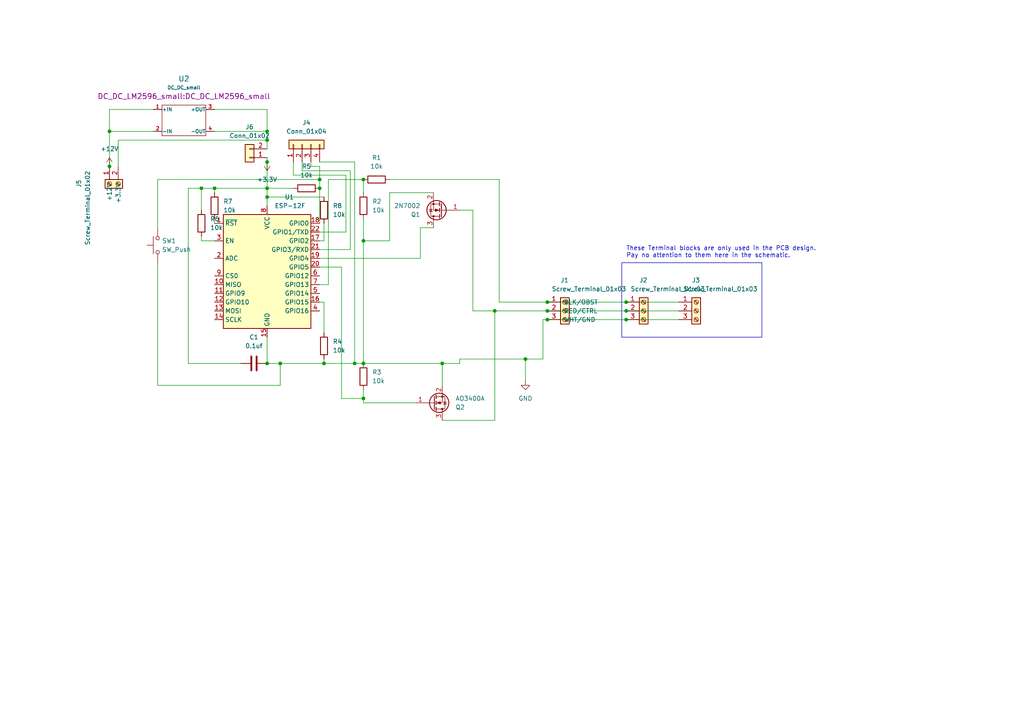
<source format=kicad_sch>
(kicad_sch (version 20230121) (generator eeschema)
  (paper "A4")
  (lib_symbols
    (symbol "Connector:Screw_Terminal_01x02" (pin_names (offset 1.016))
      (property "Reference" "J5" (at -1.27 8.89 0))
      (property "Value" "Screw_Terminal_01x02" (at -3.81 6.35 0))
      (symbol "Screw_Terminal_01x02_1_1"
        (rectangle (start -1.27 1.27) (end 1.27 -3.81) (stroke (width 0.254)) (fill (type background)))
        (circle (center 0 -2.54) (radius 0.635) (stroke (width 0.1524)))
        (polyline (pts (xy -0.5334 -2.2098) (xy 0.3302 -3.048)) (stroke (width 0.1524)))
        (polyline (pts (xy -0.5334 0.3302) (xy 0.3302 -0.508)) (stroke (width 0.1524)))
        (polyline (pts (xy -0.3556 -2.032) (xy 0.508 -2.8702)) (stroke (width 0.1524)))
        (polyline (pts (xy -0.3556 0.508) (xy 0.508 -0.3302)) (stroke (width 0.1524)))
        (circle (center 0 0) (radius 0.635) (stroke (width 0.1524)))
        (pin passive line (at -5.08 0 0) (length 3.81) (name "+12V") (number "1"))
        (pin passive line (at -5.08 -2.54 0) (length 3.81) (name "+3.3V") (number "2"))
      )
    )
    (symbol "Connector:Screw_Terminal_01x03" (pin_names (offset 1.016) hide)
      (property "Reference" "J" (at 0 5.08 0))
      (property "Value" "Screw_Terminal_01x03" (at 0 -5.08 0))
      (symbol "Screw_Terminal_01x03_1_1"
        (rectangle (start -1.27 3.81) (end 1.27 -3.81) (stroke (width 0.254)) (fill (type background)))
        (circle (center 0 -2.54) (radius 0.635) (stroke (width 0.1524)))
        (polyline (pts (xy -0.5334 -2.2098) (xy 0.3302 -3.048)) (stroke (width 0.1524)))
        (polyline (pts (xy -0.5334 0.3302) (xy 0.3302 -0.508)) (stroke (width 0.1524)))
        (polyline (pts (xy -0.5334 2.8702) (xy 0.3302 2.032)) (stroke (width 0.1524)))
        (polyline (pts (xy -0.3556 -2.032) (xy 0.508 -2.8702)) (stroke (width 0.1524)))
        (polyline (pts (xy -0.3556 0.508) (xy 0.508 -0.3302)) (stroke (width 0.1524)))
        (polyline (pts (xy -0.3556 3.048) (xy 0.508 2.2098)) (stroke (width 0.1524)))
        (circle (center 0 0) (radius 0.635) (stroke (width 0.1524)))
        (circle (center 0 2.54) (radius 0.635) (stroke (width 0.1524)))
        (pin passive line (at -5.08 2.54 0) (length 3.81) (name "Pin_1") (number "1"))
        (pin passive line (at -5.08 0 0) (length 3.81) (name "Pin_2") (number "2"))
        (pin passive line (at -5.08 -2.54 0) (length 3.81) (name "Pin_3") (number "3"))
      )
    )
    (symbol "Connector_Generic:Conn_01x02" (pin_names (offset 1.016) hide)
      (property "Reference" "J" (at 0 2.54 0))
      (property "Value" "Conn_01x02" (at 0 -5.08 0))
      (symbol "Conn_01x02_1_1"
        (rectangle (start -1.27 -2.413) (end 0 -2.667) (stroke (width 0.1524)))
        (rectangle (start -1.27 0.127) (end 0 -0.127) (stroke (width 0.1524)))
        (rectangle (start -1.27 1.27) (end 1.27 -3.81) (stroke (width 0.254)) (fill (type background)))
        (pin passive line (at -5.08 0 0) (length 3.81) (name "Pin_1") (number "1"))
        (pin passive line (at -5.08 -2.54 0) (length 3.81) (name "Pin_2") (number "2"))
      )
    )
    (symbol "Connector_Generic:Conn_01x04" (pin_names (offset 1.016) hide)
      (property "Reference" "J" (at 0 5.08 0))
      (property "Value" "Conn_01x04" (at 0 -7.62 0))
      (symbol "Conn_01x04_1_1"
        (rectangle (start -1.27 -4.953) (end 0 -5.207) (stroke (width 0.1524)))
        (rectangle (start -1.27 -2.413) (end 0 -2.667) (stroke (width 0.1524)))
        (rectangle (start -1.27 0.127) (end 0 -0.127) (stroke (width 0.1524)))
        (rectangle (start -1.27 2.667) (end 0 2.413) (stroke (width 0.1524)))
        (rectangle (start -1.27 3.81) (end 1.27 -6.35) (stroke (width 0.254)) (fill (type background)))
        (pin passive line (at -5.08 2.54 0) (length 3.81) (name "Pin_1") (number "1"))
        (pin passive line (at -5.08 0 0) (length 3.81) (name "Pin_2") (number "2"))
        (pin passive line (at -5.08 -2.54 0) (length 3.81) (name "Pin_3") (number "3"))
        (pin passive line (at -5.08 -5.08 0) (length 3.81) (name "Pin_4") (number "4"))
      )
    )
    (symbol "Custom_dc_dc_small:DC_DC_small" (pin_names (offset 0.0254))
      (property "Reference" "U" (at 0 7.62 0))
      (property "Value" "DC_DC_small" (at 0 1.27 0))
      (property "Footprint" "DC_DC_LM2596" (at -1.27 11.43 0))
      (symbol "DC_DC_small_0_1"
        (rectangle (start -6.35 5.08) (end -6.35 -3.81))
        (rectangle (start -6.35 5.08) (end 6.35 5.08))
        (rectangle (start 6.35 -3.81) (end -6.35 -3.81))
        (rectangle (start 6.35 5.08) (end 6.35 -3.81))
      )
      (symbol "DC_DC_small_1_1"
        (pin power_in line (at -8.89 3.81 0) (length 2.54) (name "+IN") (number "1"))
        (pin power_in line (at -8.89 -2.54 0) (length 2.54) (name "-IN") (number "2"))
        (pin power_out line (at 8.89 3.81 180) (length 2.54) (name "+OUT") (number "3"))
        (pin power_in line (at 8.89 -2.54 180) (length 2.54) (name "-OUT") (number "4"))
      )
    )
    (symbol "Device:C" (pin_numbers hide) (pin_names (offset 0.254))
      (property "Reference" "C" (at 0.635 2.54 0))
      (property "Value" "C" (at 0.635 -2.54 0))
      (symbol "C_0_1"
        (polyline (pts (xy -2.032 -0.762) (xy 2.032 -0.762)) (stroke (width 0.508)))
        (polyline (pts (xy -2.032 0.762) (xy 2.032 0.762)) (stroke (width 0.508)))
      )
      (symbol "C_1_1"
        (pin passive line (at 0 3.81 270) (length 2.794) (name "~") (number "1"))
        (pin passive line (at 0 -3.81 90) (length 2.794) (name "~") (number "2"))
      )
    )
    (symbol "Device:R" (pin_numbers hide) (pin_names (offset 0))
      (property "Reference" "R" (at 2.032 0 90))
      (property "Value" "R" (at 0 0 90))
      (symbol "R_0_1"
        (rectangle (start -1.016 -2.54) (end 1.016 2.54) (stroke (width 0.254)))
      )
      (symbol "R_1_1"
        (pin passive line (at 0 3.81 270) (length 1.27) (name "~") (number "1"))
        (pin passive line (at 0 -3.81 90) (length 1.27) (name "~") (number "2"))
      )
    )
    (symbol "RF_Module:ESP-12F"
      (property "Reference" "U" (at -12.7 19.05 0))
      (property "Value" "ESP-12F" (at 12.7 19.05 0))
      (symbol "ESP-12F_0_1"
        (rectangle (start -12.7 17.78) (end 12.7 -15.24) (stroke (width 0.254)) (fill (type background)))
      )
      (symbol "ESP-12F_1_1"
        (pin input line (at -15.24 15.24 0) (length 2.54) (name "~{RST}") (number "1"))
        (pin bidirectional line (at -15.24 -2.54 0) (length 2.54) (name "MISO") (number "10"))
        (pin bidirectional line (at -15.24 -5.08 0) (length 2.54) (name "GPIO9") (number "11"))
        (pin bidirectional line (at -15.24 -7.62 0) (length 2.54) (name "GPIO10") (number "12"))
        (pin bidirectional line (at -15.24 -10.16 0) (length 2.54) (name "MOSI") (number "13"))
        (pin bidirectional line (at -15.24 -12.7 0) (length 2.54) (name "SCLK") (number "14"))
        (pin power_in line (at 0 -17.78 90) (length 2.54) (name "GND") (number "15"))
        (pin bidirectional line (at 15.24 -7.62 180) (length 2.54) (name "GPIO15") (number "16"))
        (pin bidirectional line (at 15.24 10.16 180) (length 2.54) (name "GPIO2") (number "17"))
        (pin bidirectional line (at 15.24 15.24 180) (length 2.54) (name "GPIO0") (number "18"))
        (pin bidirectional line (at 15.24 5.08 180) (length 2.54) (name "GPIO4") (number "19"))
        (pin input line (at -15.24 5.08 0) (length 2.54) (name "ADC") (number "2"))
        (pin bidirectional line (at 15.24 2.54 180) (length 2.54) (name "GPIO5") (number "20"))
        (pin bidirectional line (at 15.24 7.62 180) (length 2.54) (name "GPIO3/RXD") (number "21"))
        (pin bidirectional line (at 15.24 12.7 180) (length 2.54) (name "GPIO1/TXD") (number "22"))
        (pin input line (at -15.24 10.16 0) (length 2.54) (name "EN") (number "3"))
        (pin bidirectional line (at 15.24 -10.16 180) (length 2.54) (name "GPIO16") (number "4"))
        (pin bidirectional line (at 15.24 -5.08 180) (length 2.54) (name "GPIO14") (number "5"))
        (pin bidirectional line (at 15.24 0 180) (length 2.54) (name "GPIO12") (number "6"))
        (pin bidirectional line (at 15.24 -2.54 180) (length 2.54) (name "GPIO13") (number "7"))
        (pin power_in line (at 0 20.32 270) (length 2.54) (name "VCC") (number "8"))
        (pin input line (at -15.24 0 0) (length 2.54) (name "CS0") (number "9"))
      )
    )
    (symbol "Screw_Terminal_01x03_1" (pin_names (offset 1.016))
      (property "Reference" "J1" (at -1.27 8.89 0))
      (property "Value" "Screw_Terminal_01x03" (at -3.81 6.35 0))
      (symbol "Screw_Terminal_01x03_1_1_1"
        (rectangle (start -1.27 3.81) (end 1.27 -3.81) (stroke (width 0.254)) (fill (type background)))
        (circle (center 0 -2.54) (radius 0.635) (stroke (width 0.1524)))
        (polyline (pts (xy -0.5334 -2.2098) (xy 0.3302 -3.048)) (stroke (width 0.1524)))
        (polyline (pts (xy -0.5334 0.3302) (xy 0.3302 -0.508)) (stroke (width 0.1524)))
        (polyline (pts (xy -0.5334 2.8702) (xy 0.3302 2.032)) (stroke (width 0.1524)))
        (polyline (pts (xy -0.3556 -2.032) (xy 0.508 -2.8702)) (stroke (width 0.1524)))
        (polyline (pts (xy -0.3556 0.508) (xy 0.508 -0.3302)) (stroke (width 0.1524)))
        (polyline (pts (xy -0.3556 3.048) (xy 0.508 2.2098)) (stroke (width 0.1524)))
        (circle (center 0 0) (radius 0.635) (stroke (width 0.1524)))
        (circle (center 0 2.54) (radius 0.635) (stroke (width 0.1524)))
        (pin passive line (at -5.08 2.54 0) (length 3.81) (name "BLK/OBST") (number "1"))
        (pin passive line (at -5.08 0 0) (length 3.81) (name "RED/CTRL") (number "2"))
        (pin passive line (at -5.08 -2.54 0) (length 3.81) (name "WHT/GND") (number "3"))
      )
    )
    (symbol "Switch:SW_Push" (pin_numbers hide) (pin_names (offset 1.016) hide)
      (property "Reference" "SW" (at 1.27 2.54 0))
      (property "Value" "SW_Push" (at 0 -1.524 0))
      (symbol "SW_Push_0_1"
        (circle (center -2.032 0) (radius 0.508))
        (polyline (pts (xy 0 1.27) (xy 0 3.048)))
        (polyline (pts (xy 2.54 1.27) (xy -2.54 1.27)))
        (circle (center 2.032 0) (radius 0.508))
        (pin passive line (at -5.08 0 0) (length 2.54) (name "1") (number "1"))
        (pin passive line (at 5.08 0 180) (length 2.54) (name "2") (number "2"))
      )
    )
    (symbol "Transistor_FET:2N7002" (pin_names hide)
      (property "Reference" "Q" (at 5.08 1.905 0))
      (property "Value" "2N7002" (at 5.08 0 0))
      (symbol "2N7002_0_1"
        (polyline (pts (xy 0.254 0) (xy -2.54 0)))
        (polyline (pts (xy 0.254 1.905) (xy 0.254 -1.905)) (stroke (width 0.254)))
        (polyline (pts (xy 0.762 -1.27) (xy 0.762 -2.286)) (stroke (width 0.254)))
        (polyline (pts (xy 0.762 0.508) (xy 0.762 -0.508)) (stroke (width 0.254)))
        (polyline (pts (xy 0.762 2.286) (xy 0.762 1.27)) (stroke (width 0.254)))
        (polyline (pts (xy 2.54 2.54) (xy 2.54 1.778)))
        (polyline (pts (xy 2.54 -2.54) (xy 2.54 0) (xy 0.762 0)))
        (polyline (pts (xy 0.762 -1.778) (xy 3.302 -1.778) (xy 3.302 1.778) (xy 0.762 1.778)))
        (polyline (pts (xy 1.016 0) (xy 2.032 0.381) (xy 2.032 -0.381) (xy 1.016 0)) (fill (type outline)))
        (polyline (pts (xy 2.794 0.508) (xy 2.921 0.381) (xy 3.683 0.381) (xy 3.81 0.254)))
        (polyline (pts (xy 3.302 0.381) (xy 2.921 -0.254) (xy 3.683 -0.254) (xy 3.302 0.381)))
        (circle (center 1.651 0) (radius 2.794) (stroke (width 0.254)))
        (circle (center 2.54 -1.778) (radius 0.254) (fill (type outline)))
        (circle (center 2.54 1.778) (radius 0.254) (fill (type outline)))
      )
      (symbol "2N7002_1_1"
        (pin input line (at -5.08 0 0) (length 2.54) (name "G") (number "1"))
        (pin passive line (at 2.54 -5.08 90) (length 2.54) (name "S") (number "2"))
        (pin passive line (at 2.54 5.08 270) (length 2.54) (name "D") (number "3"))
      )
    )
    (symbol "Transistor_FET:AO3400A" (pin_names hide)
      (property "Reference" "Q" (at 5.08 1.905 0))
      (property "Value" "AO3400A" (at 5.08 0 0))
      (symbol "AO3400A_0_1"
        (polyline (pts (xy 0.254 0) (xy -2.54 0)))
        (polyline (pts (xy 0.254 1.905) (xy 0.254 -1.905)) (stroke (width 0.254)))
        (polyline (pts (xy 0.762 -1.27) (xy 0.762 -2.286)) (stroke (width 0.254)))
        (polyline (pts (xy 0.762 0.508) (xy 0.762 -0.508)) (stroke (width 0.254)))
        (polyline (pts (xy 0.762 2.286) (xy 0.762 1.27)) (stroke (width 0.254)))
        (polyline (pts (xy 2.54 2.54) (xy 2.54 1.778)))
        (polyline (pts (xy 2.54 -2.54) (xy 2.54 0) (xy 0.762 0)))
        (polyline (pts (xy 0.762 -1.778) (xy 3.302 -1.778) (xy 3.302 1.778) (xy 0.762 1.778)))
        (polyline (pts (xy 1.016 0) (xy 2.032 0.381) (xy 2.032 -0.381) (xy 1.016 0)) (fill (type outline)))
        (polyline (pts (xy 2.794 0.508) (xy 2.921 0.381) (xy 3.683 0.381) (xy 3.81 0.254)))
        (polyline (pts (xy 3.302 0.381) (xy 2.921 -0.254) (xy 3.683 -0.254) (xy 3.302 0.381)))
        (circle (center 1.651 0) (radius 2.794) (stroke (width 0.254)))
        (circle (center 2.54 -1.778) (radius 0.254) (fill (type outline)))
        (circle (center 2.54 1.778) (radius 0.254) (fill (type outline)))
      )
      (symbol "AO3400A_1_1"
        (pin input line (at -5.08 0 0) (length 2.54) (name "G") (number "1"))
        (pin passive line (at 2.54 -5.08 90) (length 2.54) (name "S") (number "2"))
        (pin passive line (at 2.54 5.08 270) (length 2.54) (name "D") (number "3"))
      )
    )
    (symbol "power:+12V" (power) (pin_names (offset 0))
      (property "Value" "+12V" (at 0 3.556 0))
      (symbol "+12V_0_1"
        (polyline (pts (xy -0.762 1.27) (xy 0 2.54)))
        (polyline (pts (xy 0 0) (xy 0 2.54)))
        (polyline (pts (xy 0 2.54) (xy 0.762 1.27)))
      )
      (symbol "+12V_1_1"
        (pin power_in line (at 0 0 90) (length 0) hide (name "+12V") (number "1"))
      )
    )
    (symbol "power:+3.3V" (power) (pin_names (offset 0))
      (property "Value" "+3.3V" (at 0 3.556 0))
      (symbol "+3.3V_0_1"
        (polyline (pts (xy -0.762 1.27) (xy 0 2.54)))
        (polyline (pts (xy 0 0) (xy 0 2.54)))
        (polyline (pts (xy 0 2.54) (xy 0.762 1.27)))
      )
      (symbol "+3.3V_1_1"
        (pin power_in line (at 0 0 90) (length 0) hide (name "+3.3V") (number "1"))
      )
    )
    (symbol "power:GND" (power) (pin_names (offset 0))
      (property "Value" "GND" (at 0 -3.81 0))
      (symbol "GND_0_1"
        (polyline (pts (xy 0 0) (xy 0 -1.27) (xy 1.27 -1.27) (xy 0 -2.54) (xy -1.27 -1.27) (xy 0 -1.27)))
      )
      (symbol "GND_1_1"
        (pin power_in line (at 0 0 270) (length 0) hide (name "GND") (number "1"))
      )
    )
  )
  (junction (at 81.28 105.41))
  (junction (at 77.47 46.99))
  (junction (at 158.75 92.71))
  (junction (at 158.75 90.17))
  (junction (at 92.71 54.61))
  (junction (at 181.61 92.71))
  (junction (at 93.98 105.41))
  (junction (at 77.47 105.41))
  (junction (at 181.61 90.17))
  (junction (at 105.41 105.41))
  (junction (at 102.87 105.41))
  (junction (at 77.47 40.64))
  (junction (at 77.47 54.61))
  (junction (at 77.47 57.15))
  (junction (at 105.41 115.57))
  (junction (at 58.42 54.61))
  (junction (at 31.75 48.26))
  (junction (at 152.4 104.14))
  (junction (at 105.41 69.85))
  (junction (at 62.23 54.61))
  (junction (at 92.71 52.07))
  (junction (at 105.41 52.07))
  (junction (at 158.75 87.63))
  (junction (at 77.47 38.1))
  (junction (at 128.27 105.41))
  (junction (at 181.61 87.63))
  (junction (at 143.51 90.17))
  (junction (at 31.75 38.1))
  (wire (pts (xy 58.42 69.85) (xy 58.42 68.58)))
  (wire (pts (xy 92.71 87.63) (xy 93.98 87.63)))
  (wire (pts (xy 92.71 77.47) (xy 99.06 77.47)))
  (wire (pts (xy 92.71 67.31) (xy 100.33 67.31)))
  (wire (pts (xy 128.27 121.92) (xy 143.51 121.92)))
  (wire (pts (xy 137.16 90.17) (xy 137.16 60.96)))
  (wire (pts (xy 133.35 60.96) (xy 137.16 60.96)))
  (wire (pts (xy 62.23 54.61) (xy 77.47 54.61)))
  (wire (pts (xy 77.47 54.61) (xy 77.47 57.15)))
  (wire (pts (xy 81.28 111.76) (xy 81.28 105.41)))
  (wire (pts (xy 143.51 90.17) (xy 137.16 90.17)))
  (wire (pts (xy 62.23 31.75) (xy 77.47 31.75)))
  (wire (pts (xy 143.51 90.17) (xy 143.51 121.92)))
  (wire (pts (xy 113.03 55.88) (xy 113.03 69.85)))
  (wire (pts (xy 105.41 105.41) (xy 128.27 105.41)))
  (wire (pts (xy 92.71 82.55) (xy 95.25 82.55)))
  (wire (pts (xy 100.33 50.8) (xy 85.09 50.8)))
  (wire (pts (xy 113.03 52.07) (xy 144.78 52.07)))
  (wire (pts (xy 62.23 55.88) (xy 62.23 54.61)))
  (wire (pts (xy 92.71 54.61) (xy 92.71 64.77)))
  (wire (pts (xy 144.78 52.07) (xy 144.78 87.63)))
  (wire (pts (xy 105.41 63.5) (xy 105.41 69.85)))
  (wire (pts (xy 93.98 104.14) (xy 93.98 105.41)))
  (wire (pts (xy 44.45 31.75) (xy 31.75 31.75)))
  (wire (pts (xy 181.61 90.17) (xy 196.85 90.17)))
  (wire (pts (xy 58.42 54.61) (xy 62.23 54.61)))
  (wire (pts (xy 99.06 77.47) (xy 99.06 115.57)))
  (wire (pts (xy 31.75 38.1) (xy 31.75 48.26)))
  (polyline (pts (xy 180.34 97.79) (xy 220.98 97.79)))
  (wire (pts (xy 93.98 87.63) (xy 93.98 96.52)))
  (wire (pts (xy 87.63 46.99) (xy 87.63 49.53)))
  (wire (pts (xy 93.98 69.85) (xy 93.98 64.77)))
  (wire (pts (xy 62.23 38.1) (xy 77.47 38.1)))
  (wire (pts (xy 125.73 66.04) (xy 121.92 66.04)))
  (wire (pts (xy 105.41 52.07) (xy 95.25 52.07)))
  (wire (pts (xy 34.29 40.64) (xy 77.47 40.64)))
  (wire (pts (xy 101.6 49.53) (xy 87.63 49.53)))
  (wire (pts (xy 152.4 104.14) (xy 152.4 110.49)))
  (wire (pts (xy 54.61 105.41) (xy 54.61 54.61)))
  (wire (pts (xy 77.47 38.1) (xy 77.47 40.64)))
  (wire (pts (xy 144.78 87.63) (xy 158.75 87.63)))
  (wire (pts (xy 69.85 105.41) (xy 54.61 105.41)))
  (wire (pts (xy 58.42 54.61) (xy 58.42 60.96)))
  (wire (pts (xy 157.48 92.71) (xy 157.48 104.14)))
  (wire (pts (xy 158.75 90.17) (xy 181.61 90.17)))
  (wire (pts (xy 157.48 92.71) (xy 158.75 92.71)))
  (wire (pts (xy 128.27 105.41) (xy 128.27 111.76)))
  (wire (pts (xy 125.73 55.88) (xy 113.03 55.88)))
  (wire (pts (xy 143.51 90.17) (xy 158.75 90.17)))
  (wire (pts (xy 133.35 104.14) (xy 152.4 104.14)))
  (wire (pts (xy 92.71 46.99) (xy 102.87 46.99)))
  (wire (pts (xy 105.41 115.57) (xy 105.41 113.03)))
  (wire (pts (xy 128.27 105.41) (xy 133.35 105.41)))
  (polyline (pts (xy 180.34 76.2) (xy 180.34 97.79)))
  (wire (pts (xy 77.47 57.15) (xy 77.47 59.69)))
  (wire (pts (xy 181.61 92.71) (xy 196.85 92.71)))
  (wire (pts (xy 62.23 69.85) (xy 58.42 69.85)))
  (wire (pts (xy 102.87 105.41) (xy 105.41 105.41)))
  (wire (pts (xy 45.72 52.07) (xy 92.71 52.07)))
  (polyline (pts (xy 180.34 76.2) (xy 220.98 76.2)))
  (wire (pts (xy 81.28 105.41) (xy 93.98 105.41)))
  (wire (pts (xy 85.09 46.99) (xy 85.09 50.8)))
  (polyline (pts (xy 220.98 97.79) (xy 220.98 76.2)))
  (wire (pts (xy 93.98 105.41) (xy 102.87 105.41)))
  (wire (pts (xy 120.65 116.84) (xy 105.41 116.84)))
  (wire (pts (xy 45.72 52.07) (xy 45.72 66.04)))
  (wire (pts (xy 77.47 105.41) (xy 81.28 105.41)))
  (wire (pts (xy 45.72 111.76) (xy 45.72 76.2)))
  (wire (pts (xy 113.03 69.85) (xy 105.41 69.85)))
  (wire (pts (xy 101.6 72.39) (xy 101.6 49.53)))
  (wire (pts (xy 92.71 69.85) (xy 93.98 69.85)))
  (wire (pts (xy 31.75 31.75) (xy 31.75 38.1)))
  (wire (pts (xy 158.75 87.63) (xy 181.61 87.63)))
  (wire (pts (xy 54.61 54.61) (xy 58.42 54.61)))
  (wire (pts (xy 157.48 104.14) (xy 152.4 104.14)))
  (wire (pts (xy 77.47 40.64) (xy 77.47 43.18)))
  (wire (pts (xy 44.45 38.1) (xy 31.75 38.1)))
  (wire (pts (xy 121.92 66.04) (xy 121.92 74.93)))
  (wire (pts (xy 133.35 104.14) (xy 133.35 105.41)))
  (wire (pts (xy 92.71 48.26) (xy 92.71 52.07)))
  (wire (pts (xy 77.47 31.75) (xy 77.47 38.1)))
  (wire (pts (xy 99.06 115.57) (xy 105.41 115.57)))
  (wire (pts (xy 77.47 46.99) (xy 77.47 54.61)))
  (wire (pts (xy 77.47 54.61) (xy 85.09 54.61)))
  (wire (pts (xy 77.47 45.72) (xy 77.47 46.99)))
  (wire (pts (xy 92.71 74.93) (xy 121.92 74.93)))
  (wire (pts (xy 105.41 69.85) (xy 105.41 105.41)))
  (wire (pts (xy 90.17 48.26) (xy 92.71 48.26)))
  (wire (pts (xy 105.41 115.57) (xy 105.41 116.84)))
  (wire (pts (xy 102.87 46.99) (xy 102.87 105.41)))
  (wire (pts (xy 90.17 46.99) (xy 90.17 48.26)))
  (wire (pts (xy 77.47 57.15) (xy 93.98 57.15)))
  (wire (pts (xy 181.61 87.63) (xy 196.85 87.63)))
  (wire (pts (xy 77.47 97.79) (xy 77.47 105.41)))
  (wire (pts (xy 158.75 92.71) (xy 181.61 92.71)))
  (wire (pts (xy 92.71 72.39) (xy 101.6 72.39)))
  (wire (pts (xy 62.23 63.5) (xy 62.23 64.77)))
  (wire (pts (xy 95.25 52.07) (xy 95.25 82.55)))
  (wire (pts (xy 100.33 67.31) (xy 100.33 50.8)))
  (wire (pts (xy 45.72 111.76) (xy 81.28 111.76)))
  (wire (pts (xy 92.71 52.07) (xy 92.71 54.61)))
  (wire (pts (xy 105.41 52.07) (xy 105.41 55.88)))
  (wire (pts (xy 34.29 48.26) (xy 34.29 40.64)))
  (text "These Terminal blocks are only used in the PCB design.\nPay no attention to them here in the schematic." (at 181.61 74.93 0) (effects (font (size 1.27 1.27)) (justify left bottom)))
  (symbol (lib_id "Device:R") (at 105.41 109.22 0) (unit 1)
    (property "Reference" "R3" (at 107.95 107.95 0) (effects (justify left)))
    (property "Value" "10k" (at 107.95 110.49 0) (effects (justify left)))
    (property "Footprint" "Resistor_SMD:R_0805_2012Metric" (effects hide))
  )
  (symbol (lib_id "RF_Module:ESP-12F") (at 77.47 80.01 0) (unit 1)
    (property "Reference" "U1" (at 82.55 57.15 0) (effects (justify left)))
    (property "Value" "ESP-12F" (at 79.6641 59.69 0) (effects (justify left)))
    (property "Footprint" "RF_Module:ESP-12E" (effects hide))
    (property "Datasheet" "http://wiki.ai-thinker.com/_media/esp8266/esp8266_series_modules_user_manual_v1.1.pdf" (effects hide))
  )
  (symbol (lib_id "Device:R") (at 93.98 100.33 180) (unit 1)
    (property "Reference" "R4" (at 96.52 99.06 0) (effects (justify right)))
    (property "Value" "10k" (at 96.52 101.6 0) (effects (justify right)))
    (property "Footprint" "Resistor_SMD:R_0805_2012Metric" (effects hide))
  )
  (symbol (lib_id "power:+12V") (at 31.75 48.26 0) (unit 1)
    (property "Reference" "#PWR03" (effects hide))
    (property "Value" "+12V" (at 31.75 43.18 0))
  )
  (symbol (lib_name "Screw_Terminal_01x03_1") (lib_id "Connector:Screw_Terminal_01x03") (at 163.83 90.17 0) (unit 1)
    (property "Reference" "J1" (at 162.56 81.28 0) (effects (justify left)))
    (property "Value" "Screw_Terminal_01x03" (at 160.02 83.82 0) (effects (justify left)))
    (property "Footprint" "TerminalBlock_Phoenix:TerminalBlock_Phoenix_MKDS-1,5-3_1x03_P5.00mm_Horizontal" (effects hide))
  )
  (symbol (lib_id "Device:R") (at 93.98 60.96 180) (unit 1)
    (property "Reference" "R8" (at 96.52 59.69 0) (effects (justify right)))
    (property "Value" "10k" (at 96.52 62.23 0) (effects (justify right)))
    (property "Footprint" "Resistor_SMD:R_0805_2012Metric" (effects hide))
  )
  (symbol (lib_id "Device:C") (at 73.66 105.41 90) (unit 1)
    (property "Reference" "C1" (at 73.66 97.79 90))
    (property "Value" "0.1uf" (at 73.66 100.33 90))
    (property "Footprint" "Capacitor_SMD:C_0805_2012Metric" (effects hide))
  )
  (symbol (lib_id "Device:R") (at 105.41 59.69 0) (unit 1)
    (property "Reference" "R2" (at 107.95 58.42 0) (effects (justify left)))
    (property "Value" "10k" (at 107.95 60.96 0) (effects (justify left)))
    (property "Footprint" "Resistor_SMD:R_0805_2012Metric" (effects hide))
  )
  (symbol (lib_id "Switch:SW_Push") (at 45.72 71.12 90) (unit 1)
    (property "Reference" "SW1" (at 46.99 69.85 90) (effects (justify right)))
    (property "Value" "SW_Push" (at 46.99 72.39 90) (effects (justify right)))
    (property "Footprint" "Button_Switch_SMD:SW_SPST_EVQQ2" (effects hide))
  )
  (symbol (lib_id "Device:R") (at 88.9 54.61 270) (unit 1)
    (property "Reference" "R5" (at 88.9 48.26 90))
    (property "Value" "10k" (at 88.9 50.8 90))
    (property "Footprint" "Resistor_SMD:R_0805_2012Metric" (effects hide))
  )
  (symbol (lib_id "Connector:Screw_Terminal_01x02") (at 31.75 53.34 90) (mirror x) (unit 1)
    (property "Reference" "J5" (at 22.86 52.07 0) (effects (justify left)))
    (property "Value" "Screw_Terminal_01x02" (at 25.4 49.53 0) (effects (justify left)))
    (property "Footprint" "TerminalBlock_Phoenix:TerminalBlock_Phoenix_MKDS-1,5-2_1x02_P5.00mm_Horizontal" (effects hide))
  )
  (symbol (lib_id "Connector:Screw_Terminal_01x03") (at 186.69 90.17 0) (unit 1)
    (property "Reference" "J2" (at 185.42 81.28 0) (effects (justify left)))
    (property "Value" "Screw_Terminal_01x03" (at 182.88 83.82 0) (effects (justify left)))
    (property "Footprint" "Connector_Phoenix_MC:PhoenixContact_MCV_1,5_3-G-3.5_1x03_P3.50mm_Vertical" (effects hide))
  )
  (symbol (lib_id "power:GND") (at 152.4 110.49 0) (unit 1)
    (property "Reference" "#PWR01" (effects hide))
    (property "Value" "GND" (at 152.4 115.57 0))
  )
  (symbol (lib_id "Custom_dc_dc_small:DC_DC_small") (at 53.34 35.56 0) (unit 1)
    (property "Reference" "U2" (at 53.34 22.86 0) (effects (font (size 1.524 1.524))))
    (property "Value" "DC_DC_small" (at 53.34 25.4 0) (effects (font (size 0.9906 0.9906))))
    (property "Footprint" "DC_DC_LM2596_small:DC_DC_LM2596_small" (at 53.34 27.94 0) (effects (font (size 1.524 1.524))))
  )
  (symbol (lib_id "Device:R") (at 62.23 59.69 180) (unit 1)
    (property "Reference" "R7" (at 64.77 58.42 0) (effects (justify right)))
    (property "Value" "10k" (at 64.77 60.96 0) (effects (justify right)))
    (property "Footprint" "Resistor_SMD:R_0805_2012Metric" (effects hide))
  )
  (symbol (lib_id "Transistor_FET:AO3400A") (at 125.73 116.84 0) (mirror x) (unit 1)
    (property "Reference" "Q2" (at 132.08 118.11 0) (effects (justify left)))
    (property "Value" "AO3400A" (at 132.08 115.57 0) (effects (justify left)))
    (property "Footprint" "Package_TO_SOT_SMD:SOT-23" (effects hide))
    (property "Datasheet" "http://www.aosmd.com/pdfs/datasheet/AO3400A.pdf" (effects hide))
  )
  (symbol (lib_id "Connector:Screw_Terminal_01x03") (at 201.93 90.17 0) (unit 1)
    (property "Reference" "J3" (at 200.66 81.28 0) (effects (justify left)))
    (property "Value" "Screw_Terminal_01x03" (at 198.12 83.82 0) (effects (justify left)))
    (property "Footprint" "Connector_PinSocket_2.54mm:PinSocket_1x03_P2.54mm_Vertical" (effects hide))
  )
  (symbol (lib_id "Connector_Generic:Conn_01x02") (at 72.39 45.72 180) (unit 1)
    (property "Reference" "J6" (at 72.39 36.83 0))
    (property "Value" "Conn_01x02" (at 72.39 39.37 0))
    (property "Footprint" "Connector_PinHeader_2.54mm:PinHeader_1x02_P2.54mm_Vertical" (effects hide))
  )
  (symbol (lib_id "Device:R") (at 109.22 52.07 270) (unit 1)
    (property "Reference" "R1" (at 109.22 45.72 90))
    (property "Value" "10k" (at 109.22 48.26 90))
    (property "Footprint" "Resistor_SMD:R_0805_2012Metric" (effects hide))
  )
  (symbol (lib_id "Device:R") (at 58.42 64.77 180) (unit 1)
    (property "Reference" "R6" (at 60.96 63.5 0) (effects (justify right)))
    (property "Value" "10k" (at 60.96 66.04 0) (effects (justify right)))
    (property "Footprint" "Resistor_SMD:R_0805_2012Metric" (effects hide))
  )
  (symbol (lib_id "Connector_Generic:Conn_01x04") (at 87.63 41.91 90) (unit 1)
    (property "Reference" "J4" (at 88.9 35.56 90))
    (property "Value" "Conn_01x04" (at 88.9 38.1 90))
    (property "Footprint" "Connector_PinSocket_2.54mm:PinSocket_1x04_P2.54mm_Vertical" (effects hide))
  )
  (symbol (lib_id "Transistor_FET:2N7002") (at 128.27 60.96 180) (unit 1)
    (property "Reference" "Q1" (at 121.92 62.23 0) (effects (justify left)))
    (property "Value" "2N7002" (at 121.92 59.69 0) (effects (justify left)))
    (property "Footprint" "Package_TO_SOT_SMD:SOT-23" (effects hide))
    (property "Datasheet" "https://www.onsemi.com/pub/Collateral/NDS7002A-D.PDF" (effects hide))
  )
  (symbol (lib_id "power:+3.3V") (at 77.47 46.99 0) (mirror x) (unit 1)
    (property "Reference" "#PWR02" (effects hide))
    (property "Value" "+3.3V" (at 77.47 52.07 0))
  )
)
</source>
